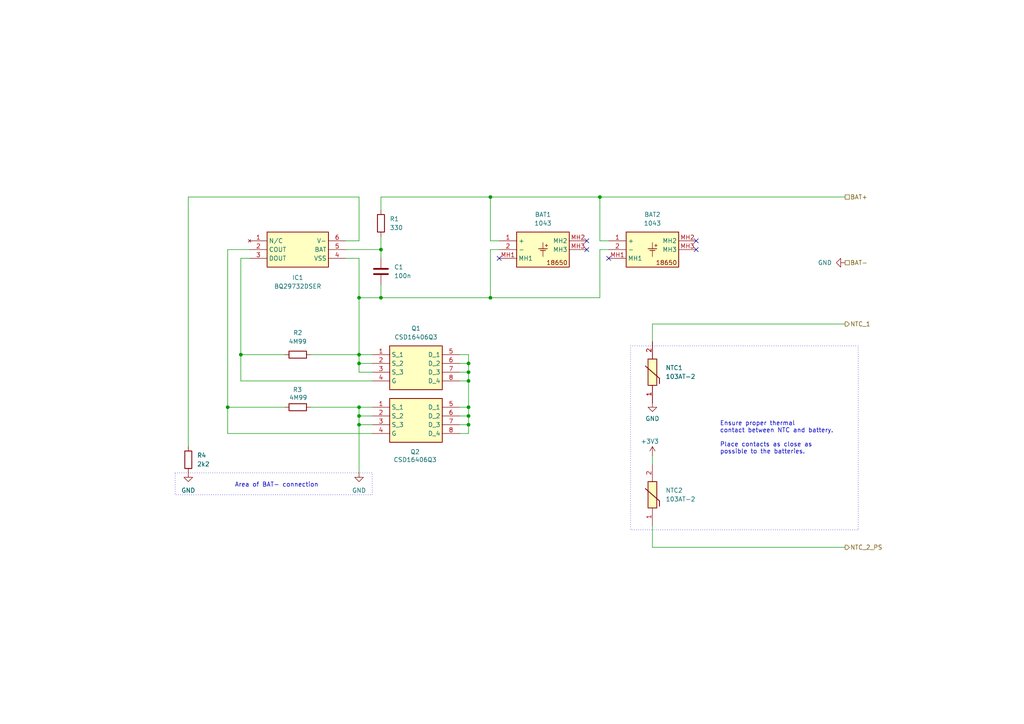
<source format=kicad_sch>
(kicad_sch
	(version 20231120)
	(generator "eeschema")
	(generator_version "8.0")
	(uuid "459e996c-0e2b-47b6-81ec-770295d0b355")
	(paper "A4")
	(lib_symbols
		(symbol "Device:C"
			(pin_numbers hide)
			(pin_names
				(offset 0.254)
			)
			(exclude_from_sim no)
			(in_bom yes)
			(on_board yes)
			(property "Reference" "C"
				(at 0.635 2.54 0)
				(effects
					(font
						(size 1.27 1.27)
					)
					(justify left)
				)
			)
			(property "Value" "C"
				(at 0.635 -2.54 0)
				(effects
					(font
						(size 1.27 1.27)
					)
					(justify left)
				)
			)
			(property "Footprint" ""
				(at 0.9652 -3.81 0)
				(effects
					(font
						(size 1.27 1.27)
					)
					(hide yes)
				)
			)
			(property "Datasheet" "~"
				(at 0 0 0)
				(effects
					(font
						(size 1.27 1.27)
					)
					(hide yes)
				)
			)
			(property "Description" "Unpolarized capacitor"
				(at 0 0 0)
				(effects
					(font
						(size 1.27 1.27)
					)
					(hide yes)
				)
			)
			(property "ki_keywords" "cap capacitor"
				(at 0 0 0)
				(effects
					(font
						(size 1.27 1.27)
					)
					(hide yes)
				)
			)
			(property "ki_fp_filters" "C_*"
				(at 0 0 0)
				(effects
					(font
						(size 1.27 1.27)
					)
					(hide yes)
				)
			)
			(symbol "C_0_1"
				(polyline
					(pts
						(xy -2.032 -0.762) (xy 2.032 -0.762)
					)
					(stroke
						(width 0.508)
						(type default)
					)
					(fill
						(type none)
					)
				)
				(polyline
					(pts
						(xy -2.032 0.762) (xy 2.032 0.762)
					)
					(stroke
						(width 0.508)
						(type default)
					)
					(fill
						(type none)
					)
				)
			)
			(symbol "C_1_1"
				(pin passive line
					(at 0 3.81 270)
					(length 2.794)
					(name "~"
						(effects
							(font
								(size 1.27 1.27)
							)
						)
					)
					(number "1"
						(effects
							(font
								(size 1.27 1.27)
							)
						)
					)
				)
				(pin passive line
					(at 0 -3.81 90)
					(length 2.794)
					(name "~"
						(effects
							(font
								(size 1.27 1.27)
							)
						)
					)
					(number "2"
						(effects
							(font
								(size 1.27 1.27)
							)
						)
					)
				)
			)
		)
		(symbol "Device:R"
			(pin_numbers hide)
			(pin_names
				(offset 0)
			)
			(exclude_from_sim no)
			(in_bom yes)
			(on_board yes)
			(property "Reference" "R"
				(at 2.032 0 90)
				(effects
					(font
						(size 1.27 1.27)
					)
				)
			)
			(property "Value" "R"
				(at 0 0 90)
				(effects
					(font
						(size 1.27 1.27)
					)
				)
			)
			(property "Footprint" ""
				(at -1.778 0 90)
				(effects
					(font
						(size 1.27 1.27)
					)
					(hide yes)
				)
			)
			(property "Datasheet" "~"
				(at 0 0 0)
				(effects
					(font
						(size 1.27 1.27)
					)
					(hide yes)
				)
			)
			(property "Description" "Resistor"
				(at 0 0 0)
				(effects
					(font
						(size 1.27 1.27)
					)
					(hide yes)
				)
			)
			(property "ki_keywords" "R res resistor"
				(at 0 0 0)
				(effects
					(font
						(size 1.27 1.27)
					)
					(hide yes)
				)
			)
			(property "ki_fp_filters" "R_*"
				(at 0 0 0)
				(effects
					(font
						(size 1.27 1.27)
					)
					(hide yes)
				)
			)
			(symbol "R_0_1"
				(rectangle
					(start -1.016 -2.54)
					(end 1.016 2.54)
					(stroke
						(width 0.254)
						(type default)
					)
					(fill
						(type none)
					)
				)
			)
			(symbol "R_1_1"
				(pin passive line
					(at 0 3.81 270)
					(length 1.27)
					(name "~"
						(effects
							(font
								(size 1.27 1.27)
							)
						)
					)
					(number "1"
						(effects
							(font
								(size 1.27 1.27)
							)
						)
					)
				)
				(pin passive line
					(at 0 -3.81 90)
					(length 1.27)
					(name "~"
						(effects
							(font
								(size 1.27 1.27)
							)
						)
					)
					(number "2"
						(effects
							(font
								(size 1.27 1.27)
							)
						)
					)
				)
			)
		)
		(symbol "SamacSys_Parts:103AT-2"
			(pin_names hide)
			(exclude_from_sim no)
			(in_bom yes)
			(on_board yes)
			(property "Reference" "RT"
				(at 13.97 6.35 0)
				(effects
					(font
						(size 1.27 1.27)
					)
					(justify left top)
				)
			)
			(property "Value" "103AT-2"
				(at 13.97 3.81 0)
				(effects
					(font
						(size 1.27 1.27)
					)
					(justify left top)
				)
			)
			(property "Footprint" "103AT2"
				(at 13.97 -96.19 0)
				(effects
					(font
						(size 1.27 1.27)
					)
					(justify left top)
					(hide yes)
				)
			)
			(property "Datasheet" "https://www.semitec-global.com/uploads/2022/01/P12-13-AT-Thermistor.pdf"
				(at 13.97 -196.19 0)
				(effects
					(font
						(size 1.27 1.27)
					)
					(justify left top)
					(hide yes)
				)
			)
			(property "Description" "NTC (Negative Temperature Coefficient) Thermistors 10kohm 1%"
				(at 0 0 0)
				(effects
					(font
						(size 1.27 1.27)
					)
					(hide yes)
				)
			)
			(property "Height" "9.5"
				(at 13.97 -396.19 0)
				(effects
					(font
						(size 1.27 1.27)
					)
					(justify left top)
					(hide yes)
				)
			)
			(property "Manufacturer_Name" "Semitec"
				(at 13.97 -496.19 0)
				(effects
					(font
						(size 1.27 1.27)
					)
					(justify left top)
					(hide yes)
				)
			)
			(property "Manufacturer_Part_Number" "103AT-2"
				(at 13.97 -596.19 0)
				(effects
					(font
						(size 1.27 1.27)
					)
					(justify left top)
					(hide yes)
				)
			)
			(property "Mouser Part Number" "954-103AT-2"
				(at 13.97 -696.19 0)
				(effects
					(font
						(size 1.27 1.27)
					)
					(justify left top)
					(hide yes)
				)
			)
			(property "Mouser Price/Stock" "https://www.mouser.co.uk/ProductDetail/Semitec/103AT-2?qs=wgO0AD0o1vvcDzsKguD%252Bew%3D%3D"
				(at 13.97 -796.19 0)
				(effects
					(font
						(size 1.27 1.27)
					)
					(justify left top)
					(hide yes)
				)
			)
			(property "Arrow Part Number" ""
				(at 13.97 -896.19 0)
				(effects
					(font
						(size 1.27 1.27)
					)
					(justify left top)
					(hide yes)
				)
			)
			(property "Arrow Price/Stock" ""
				(at 13.97 -996.19 0)
				(effects
					(font
						(size 1.27 1.27)
					)
					(justify left top)
					(hide yes)
				)
			)
			(symbol "103AT-2_1_1"
				(polyline
					(pts
						(xy 5.588 -2.032) (xy 7.112 -2.032)
					)
					(stroke
						(width 0.254)
						(type default)
					)
					(fill
						(type none)
					)
				)
				(polyline
					(pts
						(xy 10.668 2.032) (xy 7.112 -2.032)
					)
					(stroke
						(width 0.254)
						(type default)
					)
					(fill
						(type none)
					)
				)
				(rectangle
					(start 5.08 1.27)
					(end 12.7 -1.27)
					(stroke
						(width 0.254)
						(type default)
					)
					(fill
						(type background)
					)
				)
				(pin passive line
					(at 0 0 0)
					(length 5.08)
					(name "1"
						(effects
							(font
								(size 1.27 1.27)
							)
						)
					)
					(number "1"
						(effects
							(font
								(size 1.27 1.27)
							)
						)
					)
				)
				(pin passive line
					(at 17.78 0 180)
					(length 5.08)
					(name "2"
						(effects
							(font
								(size 1.27 1.27)
							)
						)
					)
					(number "2"
						(effects
							(font
								(size 1.27 1.27)
							)
						)
					)
				)
			)
		)
		(symbol "SamacSys_Parts:1043"
			(exclude_from_sim no)
			(in_bom yes)
			(on_board yes)
			(property "Reference" "U"
				(at 21.59 7.62 0)
				(effects
					(font
						(size 1.27 1.27)
					)
					(justify left top)
				)
			)
			(property "Value" "1043"
				(at 21.59 5.08 0)
				(effects
					(font
						(size 1.27 1.27)
					)
					(justify left top)
				)
			)
			(property "Footprint" "1043"
				(at 21.59 -94.92 0)
				(effects
					(font
						(size 1.27 1.27)
					)
					(justify left top)
					(hide yes)
				)
			)
			(property "Datasheet" "http://www.keyelco.com/product-pdf.cfm?p=919"
				(at 21.59 -194.92 0)
				(effects
					(font
						(size 1.27 1.27)
					)
					(justify left top)
					(hide yes)
				)
			)
			(property "Description" "KEYSTONE - 1043 - BATTERY HOLDER, 18650, TH"
				(at 12.7 -11.684 0)
				(effects
					(font
						(size 1.27 1.27)
					)
					(hide yes)
				)
			)
			(property "Height" "14.86"
				(at 21.59 -394.92 0)
				(effects
					(font
						(size 1.27 1.27)
					)
					(justify left top)
					(hide yes)
				)
			)
			(property "Manufacturer_Name" "Keystone Electronics"
				(at 21.59 -494.92 0)
				(effects
					(font
						(size 1.27 1.27)
					)
					(justify left top)
					(hide yes)
				)
			)
			(property "Manufacturer_Part_Number" "1043"
				(at 21.59 -594.92 0)
				(effects
					(font
						(size 1.27 1.27)
					)
					(justify left top)
					(hide yes)
				)
			)
			(property "Mouser Part Number" "534-1043"
				(at 21.59 -694.92 0)
				(effects
					(font
						(size 1.27 1.27)
					)
					(justify left top)
					(hide yes)
				)
			)
			(property "Mouser Price/Stock" "https://www.mouser.co.uk/ProductDetail/Keystone-Electronics/1043?qs=%2F7TOpeL5Mz6j%2FnxeOA1rsg%3D%3D"
				(at 21.59 -794.92 0)
				(effects
					(font
						(size 1.27 1.27)
					)
					(justify left top)
					(hide yes)
				)
			)
			(property "Arrow Part Number" "1043"
				(at 21.59 -894.92 0)
				(effects
					(font
						(size 1.27 1.27)
					)
					(justify left top)
					(hide yes)
				)
			)
			(property "Arrow Price/Stock" "https://www.arrow.com/en/products/1043/keystone-electronics?utm_currency=USD&region=europe"
				(at 21.59 -994.92 0)
				(effects
					(font
						(size 1.27 1.27)
					)
					(justify left top)
					(hide yes)
				)
			)
			(symbol "1043_0_1"
				(polyline
					(pts
						(xy 12.7 -2.794) (xy 12.7 -4.572)
					)
					(stroke
						(width 0)
						(type default)
					)
					(fill
						(type none)
					)
				)
				(polyline
					(pts
						(xy 12.7 -0.508) (xy 12.7 -2.286)
					)
					(stroke
						(width 0)
						(type default)
					)
					(fill
						(type none)
					)
				)
			)
			(symbol "1043_1_1"
				(polyline
					(pts
						(xy 11.43 -2.286) (xy 13.97 -2.286)
					)
					(stroke
						(width 0.2)
						(type default)
					)
					(fill
						(type none)
					)
				)
				(polyline
					(pts
						(xy 11.938 -2.794) (xy 13.462 -2.794)
					)
					(stroke
						(width 0.2)
						(type default)
					)
					(fill
						(type none)
					)
				)
				(rectangle
					(start 5.08 2.54)
					(end 20.32 -7.62)
					(stroke
						(width 0.254)
						(type default)
					)
					(fill
						(type background)
					)
				)
				(text "+"
					(at 13.716 -1.27 0)
					(effects
						(font
							(size 1 1)
						)
					)
				)
				(text "18650"
					(at 16.764 -6.35 0)
					(effects
						(font
							(size 1.27 1.27)
						)
					)
				)
				(pin passive line
					(at 0 0 0)
					(length 5.08)
					(name "+"
						(effects
							(font
								(size 1.27 1.27)
							)
						)
					)
					(number "1"
						(effects
							(font
								(size 1.27 1.27)
							)
						)
					)
				)
				(pin passive line
					(at 0 -2.54 0)
					(length 5.08)
					(name "-"
						(effects
							(font
								(size 1.27 1.27)
							)
						)
					)
					(number "2"
						(effects
							(font
								(size 1.27 1.27)
							)
						)
					)
				)
				(pin passive line
					(at 0 -5.08 0)
					(length 5.08)
					(name "MH1"
						(effects
							(font
								(size 1.27 1.27)
							)
						)
					)
					(number "MH1"
						(effects
							(font
								(size 1.27 1.27)
							)
						)
					)
				)
				(pin passive line
					(at 25.4 0 180)
					(length 5.08)
					(name "MH2"
						(effects
							(font
								(size 1.27 1.27)
							)
						)
					)
					(number "MH2"
						(effects
							(font
								(size 1.27 1.27)
							)
						)
					)
				)
				(pin passive line
					(at 25.4 -2.54 180)
					(length 5.08)
					(name "MH3"
						(effects
							(font
								(size 1.27 1.27)
							)
						)
					)
					(number "MH3"
						(effects
							(font
								(size 1.27 1.27)
							)
						)
					)
				)
			)
		)
		(symbol "SamacSys_Parts:BQ29732DSER"
			(exclude_from_sim no)
			(in_bom yes)
			(on_board yes)
			(property "Reference" "IC"
				(at 24.13 7.62 0)
				(effects
					(font
						(size 1.27 1.27)
					)
					(justify left top)
				)
			)
			(property "Value" "BQ29732DSER"
				(at 24.13 5.08 0)
				(effects
					(font
						(size 1.27 1.27)
					)
					(justify left top)
				)
			)
			(property "Footprint" "SON50P150X150X80-6N"
				(at 24.13 -94.92 0)
				(effects
					(font
						(size 1.27 1.27)
					)
					(justify left top)
					(hide yes)
				)
			)
			(property "Datasheet" "http://www.ti.com/lit/gpn/bq2973"
				(at 24.13 -194.92 0)
				(effects
					(font
						(size 1.27 1.27)
					)
					(justify left top)
					(hide yes)
				)
			)
			(property "Description" "Li-Ion/Li Polymer Advanced Single-Cell Battery Protector IC Family"
				(at 0 0 0)
				(effects
					(font
						(size 1.27 1.27)
					)
					(hide yes)
				)
			)
			(property "Height" "0.8"
				(at 24.13 -394.92 0)
				(effects
					(font
						(size 1.27 1.27)
					)
					(justify left top)
					(hide yes)
				)
			)
			(property "Manufacturer_Name" "Texas Instruments"
				(at 24.13 -494.92 0)
				(effects
					(font
						(size 1.27 1.27)
					)
					(justify left top)
					(hide yes)
				)
			)
			(property "Manufacturer_Part_Number" "BQ29732DSER"
				(at 24.13 -594.92 0)
				(effects
					(font
						(size 1.27 1.27)
					)
					(justify left top)
					(hide yes)
				)
			)
			(property "Mouser Part Number" "595-BQ29732DSER"
				(at 24.13 -694.92 0)
				(effects
					(font
						(size 1.27 1.27)
					)
					(justify left top)
					(hide yes)
				)
			)
			(property "Mouser Price/Stock" "https://www.mouser.co.uk/ProductDetail/Texas-Instruments/BQ29732DSER?qs=HjC056NR38EUdABiMgTGbg%3D%3D"
				(at 24.13 -794.92 0)
				(effects
					(font
						(size 1.27 1.27)
					)
					(justify left top)
					(hide yes)
				)
			)
			(property "Arrow Part Number" "BQ29732DSER"
				(at 24.13 -894.92 0)
				(effects
					(font
						(size 1.27 1.27)
					)
					(justify left top)
					(hide yes)
				)
			)
			(property "Arrow Price/Stock" "https://www.arrow.com/en/products/bq29732dser/texas-instruments?region=nac"
				(at 24.13 -994.92 0)
				(effects
					(font
						(size 1.27 1.27)
					)
					(justify left top)
					(hide yes)
				)
			)
			(symbol "BQ29732DSER_1_1"
				(rectangle
					(start 5.08 2.54)
					(end 22.86 -7.62)
					(stroke
						(width 0.254)
						(type default)
					)
					(fill
						(type background)
					)
				)
				(pin no_connect line
					(at 0 0 0)
					(length 5.08)
					(name "N/C"
						(effects
							(font
								(size 1.27 1.27)
							)
						)
					)
					(number "1"
						(effects
							(font
								(size 1.27 1.27)
							)
						)
					)
				)
				(pin output line
					(at 0 -2.54 0)
					(length 5.08)
					(name "COUT"
						(effects
							(font
								(size 1.27 1.27)
							)
						)
					)
					(number "2"
						(effects
							(font
								(size 1.27 1.27)
							)
						)
					)
				)
				(pin output line
					(at 0 -5.08 0)
					(length 5.08)
					(name "DOUT"
						(effects
							(font
								(size 1.27 1.27)
							)
						)
					)
					(number "3"
						(effects
							(font
								(size 1.27 1.27)
							)
						)
					)
				)
				(pin power_in line
					(at 27.94 -5.08 180)
					(length 5.08)
					(name "VSS"
						(effects
							(font
								(size 1.27 1.27)
							)
						)
					)
					(number "4"
						(effects
							(font
								(size 1.27 1.27)
							)
						)
					)
				)
				(pin power_in line
					(at 27.94 -2.54 180)
					(length 5.08)
					(name "BAT"
						(effects
							(font
								(size 1.27 1.27)
							)
						)
					)
					(number "5"
						(effects
							(font
								(size 1.27 1.27)
							)
						)
					)
				)
				(pin bidirectional line
					(at 27.94 0 180)
					(length 5.08)
					(name "V-"
						(effects
							(font
								(size 1.27 1.27)
							)
						)
					)
					(number "6"
						(effects
							(font
								(size 1.27 1.27)
							)
						)
					)
				)
			)
		)
		(symbol "SamacSys_Parts:CSD16406Q3"
			(exclude_from_sim no)
			(in_bom yes)
			(on_board yes)
			(property "Reference" "Q"
				(at 21.59 7.62 0)
				(effects
					(font
						(size 1.27 1.27)
					)
					(justify left top)
				)
			)
			(property "Value" "CSD16406Q3"
				(at 21.59 5.08 0)
				(effects
					(font
						(size 1.27 1.27)
					)
					(justify left top)
				)
			)
			(property "Footprint" "DQG_VSON-CLIP"
				(at 21.59 -94.92 0)
				(effects
					(font
						(size 1.27 1.27)
					)
					(justify left top)
					(hide yes)
				)
			)
			(property "Datasheet" "http://www.ti.com/lit/gpn/csd16406q3"
				(at 21.59 -194.92 0)
				(effects
					(font
						(size 1.27 1.27)
					)
					(justify left top)
					(hide yes)
				)
			)
			(property "Description" "25V, N ch NexFET MOSFET, single SON3x3, 7.4mOhm"
				(at 0 0 0)
				(effects
					(font
						(size 1.27 1.27)
					)
					(hide yes)
				)
			)
			(property "Height" ""
				(at 21.59 -394.92 0)
				(effects
					(font
						(size 1.27 1.27)
					)
					(justify left top)
					(hide yes)
				)
			)
			(property "Manufacturer_Name" "Texas Instruments"
				(at 21.59 -494.92 0)
				(effects
					(font
						(size 1.27 1.27)
					)
					(justify left top)
					(hide yes)
				)
			)
			(property "Manufacturer_Part_Number" "CSD16406Q3"
				(at 21.59 -594.92 0)
				(effects
					(font
						(size 1.27 1.27)
					)
					(justify left top)
					(hide yes)
				)
			)
			(property "Mouser Part Number" "595-CSD16406Q3"
				(at 21.59 -694.92 0)
				(effects
					(font
						(size 1.27 1.27)
					)
					(justify left top)
					(hide yes)
				)
			)
			(property "Mouser Price/Stock" "https://www.mouser.co.uk/ProductDetail/Texas-Instruments/CSD16406Q3?qs=SuDOdTVxq4Wogv4PDdDFZA%3D%3D"
				(at 21.59 -794.92 0)
				(effects
					(font
						(size 1.27 1.27)
					)
					(justify left top)
					(hide yes)
				)
			)
			(property "Arrow Part Number" "CSD16406Q3"
				(at 21.59 -894.92 0)
				(effects
					(font
						(size 1.27 1.27)
					)
					(justify left top)
					(hide yes)
				)
			)
			(property "Arrow Price/Stock" "https://www.arrow.com/en/products/csd16406q3/texas-instruments?region=nac"
				(at 21.59 -994.92 0)
				(effects
					(font
						(size 1.27 1.27)
					)
					(justify left top)
					(hide yes)
				)
			)
			(symbol "CSD16406Q3_1_1"
				(rectangle
					(start 5.08 2.54)
					(end 20.32 -10.16)
					(stroke
						(width 0.254)
						(type default)
					)
					(fill
						(type background)
					)
				)
				(pin passive line
					(at 0 0 0)
					(length 5.08)
					(name "S_1"
						(effects
							(font
								(size 1.27 1.27)
							)
						)
					)
					(number "1"
						(effects
							(font
								(size 1.27 1.27)
							)
						)
					)
				)
				(pin passive line
					(at 0 -2.54 0)
					(length 5.08)
					(name "S_2"
						(effects
							(font
								(size 1.27 1.27)
							)
						)
					)
					(number "2"
						(effects
							(font
								(size 1.27 1.27)
							)
						)
					)
				)
				(pin passive line
					(at 0 -5.08 0)
					(length 5.08)
					(name "S_3"
						(effects
							(font
								(size 1.27 1.27)
							)
						)
					)
					(number "3"
						(effects
							(font
								(size 1.27 1.27)
							)
						)
					)
				)
				(pin passive line
					(at 0 -7.62 0)
					(length 5.08)
					(name "G"
						(effects
							(font
								(size 1.27 1.27)
							)
						)
					)
					(number "4"
						(effects
							(font
								(size 1.27 1.27)
							)
						)
					)
				)
				(pin passive line
					(at 25.4 0 180)
					(length 5.08)
					(name "D_1"
						(effects
							(font
								(size 1.27 1.27)
							)
						)
					)
					(number "5"
						(effects
							(font
								(size 1.27 1.27)
							)
						)
					)
				)
				(pin passive line
					(at 25.4 -2.54 180)
					(length 5.08)
					(name "D_2"
						(effects
							(font
								(size 1.27 1.27)
							)
						)
					)
					(number "6"
						(effects
							(font
								(size 1.27 1.27)
							)
						)
					)
				)
				(pin passive line
					(at 25.4 -5.08 180)
					(length 5.08)
					(name "D_3"
						(effects
							(font
								(size 1.27 1.27)
							)
						)
					)
					(number "7"
						(effects
							(font
								(size 1.27 1.27)
							)
						)
					)
				)
				(pin passive line
					(at 25.4 -7.62 180)
					(length 5.08)
					(name "D_4"
						(effects
							(font
								(size 1.27 1.27)
							)
						)
					)
					(number "8"
						(effects
							(font
								(size 1.27 1.27)
							)
						)
					)
				)
			)
		)
		(symbol "power:+3V3"
			(power)
			(pin_numbers hide)
			(pin_names
				(offset 0) hide)
			(exclude_from_sim no)
			(in_bom yes)
			(on_board yes)
			(property "Reference" "#PWR"
				(at 0 -3.81 0)
				(effects
					(font
						(size 1.27 1.27)
					)
					(hide yes)
				)
			)
			(property "Value" "+3V3"
				(at 0 3.556 0)
				(effects
					(font
						(size 1.27 1.27)
					)
				)
			)
			(property "Footprint" ""
				(at 0 0 0)
				(effects
					(font
						(size 1.27 1.27)
					)
					(hide yes)
				)
			)
			(property "Datasheet" ""
				(at 0 0 0)
				(effects
					(font
						(size 1.27 1.27)
					)
					(hide yes)
				)
			)
			(property "Description" "Power symbol creates a global label with name \"+3V3\""
				(at 0 0 0)
				(effects
					(font
						(size 1.27 1.27)
					)
					(hide yes)
				)
			)
			(property "ki_keywords" "global power"
				(at 0 0 0)
				(effects
					(font
						(size 1.27 1.27)
					)
					(hide yes)
				)
			)
			(symbol "+3V3_0_1"
				(polyline
					(pts
						(xy -0.762 1.27) (xy 0 2.54)
					)
					(stroke
						(width 0)
						(type default)
					)
					(fill
						(type none)
					)
				)
				(polyline
					(pts
						(xy 0 0) (xy 0 2.54)
					)
					(stroke
						(width 0)
						(type default)
					)
					(fill
						(type none)
					)
				)
				(polyline
					(pts
						(xy 0 2.54) (xy 0.762 1.27)
					)
					(stroke
						(width 0)
						(type default)
					)
					(fill
						(type none)
					)
				)
			)
			(symbol "+3V3_1_1"
				(pin power_in line
					(at 0 0 90)
					(length 0)
					(name "~"
						(effects
							(font
								(size 1.27 1.27)
							)
						)
					)
					(number "1"
						(effects
							(font
								(size 1.27 1.27)
							)
						)
					)
				)
			)
		)
		(symbol "power:GND"
			(power)
			(pin_numbers hide)
			(pin_names
				(offset 0) hide)
			(exclude_from_sim no)
			(in_bom yes)
			(on_board yes)
			(property "Reference" "#PWR"
				(at 0 -6.35 0)
				(effects
					(font
						(size 1.27 1.27)
					)
					(hide yes)
				)
			)
			(property "Value" "GND"
				(at 0 -3.81 0)
				(effects
					(font
						(size 1.27 1.27)
					)
				)
			)
			(property "Footprint" ""
				(at 0 0 0)
				(effects
					(font
						(size 1.27 1.27)
					)
					(hide yes)
				)
			)
			(property "Datasheet" ""
				(at 0 0 0)
				(effects
					(font
						(size 1.27 1.27)
					)
					(hide yes)
				)
			)
			(property "Description" "Power symbol creates a global label with name \"GND\" , ground"
				(at 0 0 0)
				(effects
					(font
						(size 1.27 1.27)
					)
					(hide yes)
				)
			)
			(property "ki_keywords" "global power"
				(at 0 0 0)
				(effects
					(font
						(size 1.27 1.27)
					)
					(hide yes)
				)
			)
			(symbol "GND_0_1"
				(polyline
					(pts
						(xy 0 0) (xy 0 -1.27) (xy 1.27 -1.27) (xy 0 -2.54) (xy -1.27 -1.27) (xy 0 -1.27)
					)
					(stroke
						(width 0)
						(type default)
					)
					(fill
						(type none)
					)
				)
			)
			(symbol "GND_1_1"
				(pin power_in line
					(at 0 0 270)
					(length 0)
					(name "~"
						(effects
							(font
								(size 1.27 1.27)
							)
						)
					)
					(number "1"
						(effects
							(font
								(size 1.27 1.27)
							)
						)
					)
				)
			)
		)
	)
	(junction
		(at 110.49 86.36)
		(diameter 0)
		(color 0 0 0 0)
		(uuid "0e971a0b-7c7a-444b-8ff9-0fee82e453d8")
	)
	(junction
		(at 104.14 105.41)
		(diameter 0)
		(color 0 0 0 0)
		(uuid "29e8f0f2-df99-4874-b3d2-e4a4d9adefcb")
	)
	(junction
		(at 135.89 120.65)
		(diameter 0)
		(color 0 0 0 0)
		(uuid "3568db3f-c30f-463e-8fec-e2974ee25f6b")
	)
	(junction
		(at 135.89 107.95)
		(diameter 0)
		(color 0 0 0 0)
		(uuid "4e178947-7728-4841-ad1d-8ddeab8598c7")
	)
	(junction
		(at 135.89 123.19)
		(diameter 0)
		(color 0 0 0 0)
		(uuid "531a4a87-f0fa-4e3b-bad1-3af02c7d45ea")
	)
	(junction
		(at 142.24 86.36)
		(diameter 0)
		(color 0 0 0 0)
		(uuid "55fd38e6-6815-4ca1-be25-d0bff6607d88")
	)
	(junction
		(at 110.49 72.39)
		(diameter 0)
		(color 0 0 0 0)
		(uuid "6429f8c0-7b93-438a-bd65-8a08ffb86e1f")
	)
	(junction
		(at 104.14 120.65)
		(diameter 0)
		(color 0 0 0 0)
		(uuid "64660165-041e-4a21-b9c8-b9bde0be22a8")
	)
	(junction
		(at 135.89 105.41)
		(diameter 0)
		(color 0 0 0 0)
		(uuid "780b8080-7273-48f8-8041-9d7f6033e541")
	)
	(junction
		(at 142.24 57.15)
		(diameter 0)
		(color 0 0 0 0)
		(uuid "80caf5f0-dc73-4431-8b03-3e5076428d2a")
	)
	(junction
		(at 135.89 110.49)
		(diameter 0)
		(color 0 0 0 0)
		(uuid "8d2aeb7b-c097-4bc0-8932-7f6990637a1f")
	)
	(junction
		(at 104.14 86.36)
		(diameter 0)
		(color 0 0 0 0)
		(uuid "9746a82d-6cd1-464c-8713-fe846772d0d9")
	)
	(junction
		(at 104.14 118.11)
		(diameter 0)
		(color 0 0 0 0)
		(uuid "a20f385f-9d3d-4bd3-be1c-ed8738aacf42")
	)
	(junction
		(at 173.99 57.15)
		(diameter 0)
		(color 0 0 0 0)
		(uuid "afdd2ad1-cbaf-4a77-b53e-7d9d805d9c9c")
	)
	(junction
		(at 104.14 102.87)
		(diameter 0)
		(color 0 0 0 0)
		(uuid "bbcc81b0-d29f-4d28-86eb-d8309b454583")
	)
	(junction
		(at 135.89 118.11)
		(diameter 0)
		(color 0 0 0 0)
		(uuid "c5eb5b4e-10b3-490f-aa58-5f00f1adb263")
	)
	(junction
		(at 66.04 118.11)
		(diameter 0)
		(color 0 0 0 0)
		(uuid "d14a72ef-3a16-4ef1-8fb5-3da6f17ca236")
	)
	(junction
		(at 104.14 123.19)
		(diameter 0)
		(color 0 0 0 0)
		(uuid "e0431aff-3d06-443b-9dca-247a63b0504f")
	)
	(junction
		(at 69.85 102.87)
		(diameter 0)
		(color 0 0 0 0)
		(uuid "fc4aae16-2e1d-415a-9cbf-31683191071d")
	)
	(no_connect
		(at 176.53 74.93)
		(uuid "0a6c5173-9944-4b48-b77e-cb3e6a9d5ec0")
	)
	(no_connect
		(at 170.18 69.85)
		(uuid "0a966611-0b76-460b-b060-2b09e2dba8b5")
	)
	(no_connect
		(at 201.93 72.39)
		(uuid "31024a31-8a6d-48da-ae81-3b1b1e093cd8")
	)
	(no_connect
		(at 144.78 74.93)
		(uuid "4519ebb9-35ca-40c9-8167-b57222829065")
	)
	(no_connect
		(at 201.93 69.85)
		(uuid "7bf386b8-0254-4903-93ef-5d01684f9c58")
	)
	(no_connect
		(at 170.18 72.39)
		(uuid "d66d4d7a-57b2-4ebd-bd33-4eefbda91c8d")
	)
	(wire
		(pts
			(xy 110.49 86.36) (xy 142.24 86.36)
		)
		(stroke
			(width 0)
			(type default)
		)
		(uuid "001db1e4-60d6-4c36-970e-21f30bebea90")
	)
	(wire
		(pts
			(xy 104.14 120.65) (xy 104.14 123.19)
		)
		(stroke
			(width 0)
			(type default)
		)
		(uuid "0b08027e-0d79-4836-b37e-b79c8ca2d4c5")
	)
	(wire
		(pts
			(xy 135.89 102.87) (xy 135.89 105.41)
		)
		(stroke
			(width 0)
			(type default)
		)
		(uuid "0d7117f8-1c76-4c82-9ff3-7ab84285f381")
	)
	(wire
		(pts
			(xy 104.14 118.11) (xy 107.95 118.11)
		)
		(stroke
			(width 0)
			(type default)
		)
		(uuid "0e5e3681-ec95-495d-a17a-9a01c25bac8e")
	)
	(wire
		(pts
			(xy 104.14 102.87) (xy 107.95 102.87)
		)
		(stroke
			(width 0)
			(type default)
		)
		(uuid "12a17480-165c-4aaf-bdff-bf92dcfde47a")
	)
	(wire
		(pts
			(xy 110.49 68.58) (xy 110.49 72.39)
		)
		(stroke
			(width 0)
			(type default)
		)
		(uuid "12e29a24-7d77-4a0b-8c90-605a948b696c")
	)
	(wire
		(pts
			(xy 176.53 72.39) (xy 173.99 72.39)
		)
		(stroke
			(width 0)
			(type default)
		)
		(uuid "180c6ccd-d80d-4746-af27-164227f764b6")
	)
	(wire
		(pts
			(xy 104.14 86.36) (xy 104.14 102.87)
		)
		(stroke
			(width 0)
			(type default)
		)
		(uuid "18ebab7e-fe54-4887-b0e0-edc20663c005")
	)
	(wire
		(pts
			(xy 66.04 118.11) (xy 66.04 72.39)
		)
		(stroke
			(width 0)
			(type default)
		)
		(uuid "1bd50ff5-49ed-4bbc-a722-8d42471381b0")
	)
	(wire
		(pts
			(xy 189.23 132.08) (xy 189.23 134.62)
		)
		(stroke
			(width 0)
			(type default)
		)
		(uuid "1da48f84-5478-4d90-be2f-1a51eaa6d605")
	)
	(wire
		(pts
			(xy 110.49 72.39) (xy 110.49 74.93)
		)
		(stroke
			(width 0)
			(type default)
		)
		(uuid "20c9f4f6-a9f9-4cc6-b980-725519f62933")
	)
	(wire
		(pts
			(xy 107.95 125.73) (xy 66.04 125.73)
		)
		(stroke
			(width 0)
			(type default)
		)
		(uuid "20d65e9f-5d9f-4bc5-b1a9-401ae4be5a05")
	)
	(wire
		(pts
			(xy 142.24 57.15) (xy 173.99 57.15)
		)
		(stroke
			(width 0)
			(type default)
		)
		(uuid "2222d5da-36e5-44b6-9557-09620d64733a")
	)
	(wire
		(pts
			(xy 54.61 129.54) (xy 54.61 57.15)
		)
		(stroke
			(width 0)
			(type default)
		)
		(uuid "22f654e3-4a75-46f5-85d7-328867e3af52")
	)
	(wire
		(pts
			(xy 69.85 102.87) (xy 69.85 74.93)
		)
		(stroke
			(width 0)
			(type default)
		)
		(uuid "2b095284-257a-4734-869d-40b709fdb907")
	)
	(wire
		(pts
			(xy 133.35 107.95) (xy 135.89 107.95)
		)
		(stroke
			(width 0)
			(type default)
		)
		(uuid "2d4fa3e6-b2dd-4bc8-9c7d-bff45b4945e9")
	)
	(wire
		(pts
			(xy 133.35 110.49) (xy 135.89 110.49)
		)
		(stroke
			(width 0)
			(type default)
		)
		(uuid "2e8fbbd0-db66-412d-8a82-b4a231f2858c")
	)
	(wire
		(pts
			(xy 110.49 57.15) (xy 142.24 57.15)
		)
		(stroke
			(width 0)
			(type default)
		)
		(uuid "32b1df6c-3a3e-4f73-bb9f-09c44e97e276")
	)
	(wire
		(pts
			(xy 133.35 125.73) (xy 135.89 125.73)
		)
		(stroke
			(width 0)
			(type default)
		)
		(uuid "3660bdd0-de5e-4529-b639-af0a45b1f011")
	)
	(wire
		(pts
			(xy 189.23 158.75) (xy 245.11 158.75)
		)
		(stroke
			(width 0)
			(type default)
		)
		(uuid "3e15e7a4-990b-40f8-8a06-720ace0f8c93")
	)
	(wire
		(pts
			(xy 135.89 125.73) (xy 135.89 123.19)
		)
		(stroke
			(width 0)
			(type default)
		)
		(uuid "3e4e9e2a-7aae-428b-a39d-41ca833e5418")
	)
	(wire
		(pts
			(xy 189.23 93.98) (xy 189.23 99.06)
		)
		(stroke
			(width 0)
			(type default)
		)
		(uuid "3eda4026-5376-464e-ad4c-61cba81fba99")
	)
	(wire
		(pts
			(xy 104.14 86.36) (xy 110.49 86.36)
		)
		(stroke
			(width 0)
			(type default)
		)
		(uuid "43a65280-5d92-435d-a2b2-7889c3e3451d")
	)
	(wire
		(pts
			(xy 104.14 105.41) (xy 104.14 102.87)
		)
		(stroke
			(width 0)
			(type default)
		)
		(uuid "461c5981-9aaf-4239-a107-f3909b041183")
	)
	(wire
		(pts
			(xy 133.35 118.11) (xy 135.89 118.11)
		)
		(stroke
			(width 0)
			(type default)
		)
		(uuid "5660f247-ba19-4bbd-934e-05177f4009dd")
	)
	(wire
		(pts
			(xy 104.14 107.95) (xy 104.14 105.41)
		)
		(stroke
			(width 0)
			(type default)
		)
		(uuid "56bda388-3c05-461b-be22-1832d770593b")
	)
	(wire
		(pts
			(xy 54.61 57.15) (xy 104.14 57.15)
		)
		(stroke
			(width 0)
			(type default)
		)
		(uuid "5754760f-bff4-4211-b0cc-b06582860752")
	)
	(wire
		(pts
			(xy 100.33 69.85) (xy 104.14 69.85)
		)
		(stroke
			(width 0)
			(type default)
		)
		(uuid "5b1d6147-b744-4b42-be60-04930e94c14a")
	)
	(wire
		(pts
			(xy 133.35 123.19) (xy 135.89 123.19)
		)
		(stroke
			(width 0)
			(type default)
		)
		(uuid "5c6c85fb-65e6-44d0-91d1-a621791cb289")
	)
	(wire
		(pts
			(xy 133.35 102.87) (xy 135.89 102.87)
		)
		(stroke
			(width 0)
			(type default)
		)
		(uuid "61add691-10ee-4de0-9611-756588afbd50")
	)
	(wire
		(pts
			(xy 142.24 72.39) (xy 142.24 86.36)
		)
		(stroke
			(width 0)
			(type default)
		)
		(uuid "6351d234-2bf1-43a7-a52d-8aa54809fce3")
	)
	(wire
		(pts
			(xy 135.89 120.65) (xy 135.89 123.19)
		)
		(stroke
			(width 0)
			(type default)
		)
		(uuid "6374e6de-e0a2-4039-9a9d-c67c86acb98c")
	)
	(wire
		(pts
			(xy 72.39 72.39) (xy 66.04 72.39)
		)
		(stroke
			(width 0)
			(type default)
		)
		(uuid "67d7eeb0-e88a-4f21-88eb-3b95d35c2f7b")
	)
	(wire
		(pts
			(xy 104.14 118.11) (xy 104.14 120.65)
		)
		(stroke
			(width 0)
			(type default)
		)
		(uuid "69786aba-8eba-42af-81fa-f282061c7422")
	)
	(wire
		(pts
			(xy 104.14 105.41) (xy 107.95 105.41)
		)
		(stroke
			(width 0)
			(type default)
		)
		(uuid "6d7a914b-e5d0-4175-9d0b-aa075a3a344c")
	)
	(wire
		(pts
			(xy 144.78 72.39) (xy 142.24 72.39)
		)
		(stroke
			(width 0)
			(type default)
		)
		(uuid "73d45295-287c-444f-bfb8-42b97a2dc3f1")
	)
	(wire
		(pts
			(xy 82.55 118.11) (xy 66.04 118.11)
		)
		(stroke
			(width 0)
			(type default)
		)
		(uuid "75b74688-6c53-4aa6-a18f-8e82c9f3076a")
	)
	(wire
		(pts
			(xy 100.33 72.39) (xy 110.49 72.39)
		)
		(stroke
			(width 0)
			(type default)
		)
		(uuid "7e05ccd0-d0b1-4687-b927-6c7b18ed369d")
	)
	(wire
		(pts
			(xy 90.17 118.11) (xy 104.14 118.11)
		)
		(stroke
			(width 0)
			(type default)
		)
		(uuid "89ef2bbc-95da-41c4-80db-88c87d6b6418")
	)
	(wire
		(pts
			(xy 144.78 69.85) (xy 142.24 69.85)
		)
		(stroke
			(width 0)
			(type default)
		)
		(uuid "8c65276c-fae3-44e9-aae3-d6f728c7aae2")
	)
	(wire
		(pts
			(xy 176.53 69.85) (xy 173.99 69.85)
		)
		(stroke
			(width 0)
			(type default)
		)
		(uuid "8e8a9028-7ac2-469c-a67f-851876a5bc57")
	)
	(wire
		(pts
			(xy 90.17 102.87) (xy 104.14 102.87)
		)
		(stroke
			(width 0)
			(type default)
		)
		(uuid "977925ef-3a57-4077-b06c-d432ee1f3031")
	)
	(wire
		(pts
			(xy 135.89 110.49) (xy 135.89 118.11)
		)
		(stroke
			(width 0)
			(type default)
		)
		(uuid "9bb8926d-31da-4c55-b860-bb03b77aa33b")
	)
	(wire
		(pts
			(xy 69.85 74.93) (xy 72.39 74.93)
		)
		(stroke
			(width 0)
			(type default)
		)
		(uuid "9fb862fb-4760-49bd-aea3-f0fe7283ebc0")
	)
	(wire
		(pts
			(xy 104.14 74.93) (xy 100.33 74.93)
		)
		(stroke
			(width 0)
			(type default)
		)
		(uuid "a15efed3-1611-4ba5-824d-b38b854dcd3d")
	)
	(wire
		(pts
			(xy 66.04 125.73) (xy 66.04 118.11)
		)
		(stroke
			(width 0)
			(type default)
		)
		(uuid "a7cc4689-4722-4fab-9369-cd01772e1ad5")
	)
	(wire
		(pts
			(xy 104.14 74.93) (xy 104.14 86.36)
		)
		(stroke
			(width 0)
			(type default)
		)
		(uuid "b99cf71f-d69c-4e8a-8e95-aba2d6d9c992")
	)
	(wire
		(pts
			(xy 133.35 120.65) (xy 135.89 120.65)
		)
		(stroke
			(width 0)
			(type default)
		)
		(uuid "baa6d330-899f-49d3-b914-d99396b433f4")
	)
	(wire
		(pts
			(xy 107.95 107.95) (xy 104.14 107.95)
		)
		(stroke
			(width 0)
			(type default)
		)
		(uuid "be83d998-ce5d-45b9-a38d-b877f282d2b8")
	)
	(wire
		(pts
			(xy 173.99 57.15) (xy 245.11 57.15)
		)
		(stroke
			(width 0)
			(type default)
		)
		(uuid "bee46d07-40c9-4869-91f0-ff97e26e58cb")
	)
	(wire
		(pts
			(xy 135.89 118.11) (xy 135.89 120.65)
		)
		(stroke
			(width 0)
			(type default)
		)
		(uuid "c7efc4b7-d9f1-4c48-9fce-ed73739b9c4a")
	)
	(wire
		(pts
			(xy 69.85 102.87) (xy 82.55 102.87)
		)
		(stroke
			(width 0)
			(type default)
		)
		(uuid "cbc9345a-0f5b-493b-b028-db477709c581")
	)
	(wire
		(pts
			(xy 107.95 120.65) (xy 104.14 120.65)
		)
		(stroke
			(width 0)
			(type default)
		)
		(uuid "cc055d38-f416-447a-865f-0da26180d4e0")
	)
	(wire
		(pts
			(xy 135.89 105.41) (xy 135.89 107.95)
		)
		(stroke
			(width 0)
			(type default)
		)
		(uuid "cf7bbfd1-0837-4e7b-87ec-49e587f6d764")
	)
	(wire
		(pts
			(xy 133.35 105.41) (xy 135.89 105.41)
		)
		(stroke
			(width 0)
			(type default)
		)
		(uuid "d252b324-0e26-490c-bebe-037b9ffb385e")
	)
	(wire
		(pts
			(xy 107.95 110.49) (xy 69.85 110.49)
		)
		(stroke
			(width 0)
			(type default)
		)
		(uuid "dd0f98d8-01fd-4aa7-9b01-c58d2e85f38d")
	)
	(wire
		(pts
			(xy 173.99 69.85) (xy 173.99 57.15)
		)
		(stroke
			(width 0)
			(type default)
		)
		(uuid "dd335456-9828-4272-bf52-ee1b1eec8ccd")
	)
	(wire
		(pts
			(xy 245.11 93.98) (xy 189.23 93.98)
		)
		(stroke
			(width 0)
			(type default)
		)
		(uuid "e2ba6005-2e1d-4161-81d4-ad4bcb062700")
	)
	(wire
		(pts
			(xy 142.24 86.36) (xy 173.99 86.36)
		)
		(stroke
			(width 0)
			(type default)
		)
		(uuid "edd0a556-8b04-40db-8c21-688259c2bf3c")
	)
	(wire
		(pts
			(xy 142.24 57.15) (xy 142.24 69.85)
		)
		(stroke
			(width 0)
			(type default)
		)
		(uuid "f24c215f-c924-4a9a-8d4f-18ba795ec15d")
	)
	(wire
		(pts
			(xy 173.99 72.39) (xy 173.99 86.36)
		)
		(stroke
			(width 0)
			(type default)
		)
		(uuid "f49e5bf6-abf5-4ffe-ab0a-1ff42d154512")
	)
	(wire
		(pts
			(xy 110.49 82.55) (xy 110.49 86.36)
		)
		(stroke
			(width 0)
			(type default)
		)
		(uuid "f6c88e58-b237-45df-a5a6-3f602d65dfa8")
	)
	(wire
		(pts
			(xy 69.85 102.87) (xy 69.85 110.49)
		)
		(stroke
			(width 0)
			(type default)
		)
		(uuid "f7e63d87-150f-4555-a954-43f451cd68f1")
	)
	(wire
		(pts
			(xy 104.14 123.19) (xy 104.14 137.16)
		)
		(stroke
			(width 0)
			(type default)
		)
		(uuid "f85c1c52-aad2-45ce-bb4a-68be8f6ec134")
	)
	(wire
		(pts
			(xy 189.23 158.75) (xy 189.23 152.4)
		)
		(stroke
			(width 0)
			(type default)
		)
		(uuid "fa28def9-19f6-47a9-bbcb-ded5a28c6f1a")
	)
	(wire
		(pts
			(xy 110.49 57.15) (xy 110.49 60.96)
		)
		(stroke
			(width 0)
			(type default)
		)
		(uuid "fc75e01a-a9f9-4ee9-9a5f-19930b28a87f")
	)
	(wire
		(pts
			(xy 104.14 57.15) (xy 104.14 69.85)
		)
		(stroke
			(width 0)
			(type default)
		)
		(uuid "fd2b31db-34eb-401c-b586-9ac0e3dee85d")
	)
	(wire
		(pts
			(xy 135.89 107.95) (xy 135.89 110.49)
		)
		(stroke
			(width 0)
			(type default)
		)
		(uuid "fe4b3efc-00cb-4f97-92b9-a6ad44decc5b")
	)
	(wire
		(pts
			(xy 107.95 123.19) (xy 104.14 123.19)
		)
		(stroke
			(width 0)
			(type default)
		)
		(uuid "ffa92bb9-3195-4c35-b701-dc5438a89bc7")
	)
	(rectangle
		(start 182.88 100.33)
		(end 248.92 153.67)
		(stroke
			(width 0)
			(type dot)
		)
		(fill
			(type none)
		)
		(uuid b75351c0-bab7-478d-8412-25eff9c8a7d2)
	)
	(rectangle
		(start 50.8 137.16)
		(end 107.95 143.51)
		(stroke
			(width 0)
			(type dot)
		)
		(fill
			(type none)
		)
		(uuid efee843c-8155-4dc6-871a-4ce25912a7f2)
	)
	(text "Ensure proper thermal \ncontact between NTC and battery.\n\nPlace contacts as close as \npossible to the batteries."
		(exclude_from_sim no)
		(at 208.788 127 0)
		(effects
			(font
				(size 1.27 1.27)
			)
			(justify left)
		)
		(uuid "1d77c4fe-b137-4b58-847d-897c5d686407")
	)
	(text "Area of BAT- connection"
		(exclude_from_sim no)
		(at 68.072 140.716 0)
		(effects
			(font
				(size 1.27 1.27)
			)
			(justify left)
		)
		(uuid "5e884877-fdd7-4245-a629-a1d301eaf241")
	)
	(hierarchical_label "NTC_2_PS"
		(shape output)
		(at 245.11 158.75 0)
		(effects
			(font
				(size 1.27 1.27)
			)
			(justify left)
		)
		(uuid "1c019bed-36fb-436d-a0bf-173d3c59fe2b")
	)
	(hierarchical_label "BAT-"
		(shape passive)
		(at 245.11 76.2 0)
		(effects
			(font
				(size 1.27 1.27)
			)
			(justify left)
		)
		(uuid "6804711d-a965-4296-87e8-85490f126b6c")
	)
	(hierarchical_label "BAT+"
		(shape passive)
		(at 245.11 57.15 0)
		(effects
			(font
				(size 1.27 1.27)
			)
			(justify left)
		)
		(uuid "7c90774b-71fb-4437-a389-894fdd016faa")
	)
	(hierarchical_label "NTC_1"
		(shape output)
		(at 245.11 93.98 0)
		(effects
			(font
				(size 1.27 1.27)
			)
			(justify left)
		)
		(uuid "c8400a6d-acac-469b-9586-9b26e00f72a5")
	)
	(symbol
		(lib_id "SamacSys_Parts:BQ29732DSER")
		(at 72.39 69.85 0)
		(unit 1)
		(exclude_from_sim no)
		(in_bom yes)
		(on_board yes)
		(dnp no)
		(uuid "04b67136-62f0-479a-91e5-1bbc0cae5b08")
		(property "Reference" "IC1"
			(at 86.36 80.518 0)
			(effects
				(font
					(size 1.27 1.27)
				)
			)
		)
		(property "Value" "BQ29732DSER"
			(at 86.36 83.058 0)
			(effects
				(font
					(size 1.27 1.27)
				)
			)
		)
		(property "Footprint" "SON50P150X150X80-6N"
			(at 96.52 164.77 0)
			(effects
				(font
					(size 1.27 1.27)
				)
				(justify left top)
				(hide yes)
			)
		)
		(property "Datasheet" "http://www.ti.com/lit/gpn/bq2973"
			(at 96.52 264.77 0)
			(effects
				(font
					(size 1.27 1.27)
				)
				(justify left top)
				(hide yes)
			)
		)
		(property "Description" "Li-Ion/Li Polymer Advanced Single-Cell Battery Protector IC Family"
			(at 72.39 69.85 0)
			(effects
				(font
					(size 1.27 1.27)
				)
				(hide yes)
			)
		)
		(property "Height" "0.8"
			(at 96.52 464.77 0)
			(effects
				(font
					(size 1.27 1.27)
				)
				(justify left top)
				(hide yes)
			)
		)
		(property "Manufacturer_Name" "Texas Instruments"
			(at 96.52 564.77 0)
			(effects
				(font
					(size 1.27 1.27)
				)
				(justify left top)
				(hide yes)
			)
		)
		(property "Manufacturer_Part_Number" "BQ29732DSER"
			(at 96.52 664.77 0)
			(effects
				(font
					(size 1.27 1.27)
				)
				(justify left top)
				(hide yes)
			)
		)
		(property "Mouser Part Number" "595-BQ29732DSER"
			(at 96.52 764.77 0)
			(effects
				(font
					(size 1.27 1.27)
				)
				(justify left top)
				(hide yes)
			)
		)
		(property "Mouser Price/Stock" "https://www.mouser.co.uk/ProductDetail/Texas-Instruments/BQ29732DSER?qs=HjC056NR38EUdABiMgTGbg%3D%3D"
			(at 96.52 864.77 0)
			(effects
				(font
					(size 1.27 1.27)
				)
				(justify left top)
				(hide yes)
			)
		)
		(property "Arrow Part Number" "BQ29732DSER"
			(at 96.52 964.77 0)
			(effects
				(font
					(size 1.27 1.27)
				)
				(justify left top)
				(hide yes)
			)
		)
		(property "Arrow Price/Stock" "https://www.arrow.com/en/products/bq29732dser/texas-instruments?region=nac"
			(at 96.52 1064.77 0)
			(effects
				(font
					(size 1.27 1.27)
				)
				(justify left top)
				(hide yes)
			)
		)
		(pin "6"
			(uuid "2a285dbf-b770-46b5-bfca-070e7bfacdb2")
		)
		(pin "1"
			(uuid "066e231b-83a4-4d94-9b0d-d2aeedfeb9a9")
		)
		(pin "3"
			(uuid "d271c988-3f99-4d4e-94ce-7d387b5ae428")
		)
		(pin "5"
			(uuid "c0aee1a7-462f-4607-91b2-3ee86697d2e5")
		)
		(pin "2"
			(uuid "4cea8aa7-e0a9-4c65-a807-e8d3a27bbbbe")
		)
		(pin "4"
			(uuid "f9577b44-a661-4523-9d37-15289ed90602")
		)
		(instances
			(project "obvod"
				(path "/e8e834c4-1afb-42f7-b718-3cb720dae1d5/f61c7da5-11ee-4b50-a688-248a75ac3e8f"
					(reference "IC1")
					(unit 1)
				)
			)
		)
	)
	(symbol
		(lib_id "power:GND")
		(at 104.14 137.16 0)
		(unit 1)
		(exclude_from_sim no)
		(in_bom yes)
		(on_board yes)
		(dnp no)
		(fields_autoplaced yes)
		(uuid "18c02983-777b-4470-ae02-87eb29ecb980")
		(property "Reference" "#PWR012"
			(at 104.14 143.51 0)
			(effects
				(font
					(size 1.27 1.27)
				)
				(hide yes)
			)
		)
		(property "Value" "GND"
			(at 104.14 142.24 0)
			(effects
				(font
					(size 1.27 1.27)
				)
			)
		)
		(property "Footprint" ""
			(at 104.14 137.16 0)
			(effects
				(font
					(size 1.27 1.27)
				)
				(hide yes)
			)
		)
		(property "Datasheet" ""
			(at 104.14 137.16 0)
			(effects
				(font
					(size 1.27 1.27)
				)
				(hide yes)
			)
		)
		(property "Description" "Power symbol creates a global label with name \"GND\" , ground"
			(at 104.14 137.16 0)
			(effects
				(font
					(size 1.27 1.27)
				)
				(hide yes)
			)
		)
		(pin "1"
			(uuid "712b4f5f-47f5-4266-9dc4-f820e95a8c42")
		)
		(instances
			(project "obvod"
				(path "/e8e834c4-1afb-42f7-b718-3cb720dae1d5/f61c7da5-11ee-4b50-a688-248a75ac3e8f"
					(reference "#PWR012")
					(unit 1)
				)
			)
		)
	)
	(symbol
		(lib_id "Device:R")
		(at 54.61 133.35 0)
		(unit 1)
		(exclude_from_sim no)
		(in_bom yes)
		(on_board yes)
		(dnp no)
		(fields_autoplaced yes)
		(uuid "3b2aca16-d26f-4214-92d3-b22d6641d6cb")
		(property "Reference" "R4"
			(at 57.15 132.0799 0)
			(effects
				(font
					(size 1.27 1.27)
				)
				(justify left)
			)
		)
		(property "Value" "2k2"
			(at 57.15 134.6199 0)
			(effects
				(font
					(size 1.27 1.27)
				)
				(justify left)
			)
		)
		(property "Footprint" "Resistor_SMD:R_0402_1005Metric"
			(at 52.832 133.35 90)
			(effects
				(font
					(size 1.27 1.27)
				)
				(hide yes)
			)
		)
		(property "Datasheet" "~"
			(at 54.61 133.35 0)
			(effects
				(font
					(size 1.27 1.27)
				)
				(hide yes)
			)
		)
		(property "Description" "Resistor"
			(at 54.61 133.35 0)
			(effects
				(font
					(size 1.27 1.27)
				)
				(hide yes)
			)
		)
		(pin "1"
			(uuid "85776c7e-aba8-4455-b004-df73c39d2333")
		)
		(pin "2"
			(uuid "491db05b-a0f3-49fd-95dc-8daff8b75e06")
		)
		(instances
			(project "obvod"
				(path "/e8e834c4-1afb-42f7-b718-3cb720dae1d5/f61c7da5-11ee-4b50-a688-248a75ac3e8f"
					(reference "R4")
					(unit 1)
				)
			)
		)
	)
	(symbol
		(lib_id "SamacSys_Parts:103AT-2")
		(at 189.23 152.4 90)
		(unit 1)
		(exclude_from_sim no)
		(in_bom yes)
		(on_board yes)
		(dnp no)
		(fields_autoplaced yes)
		(uuid "44d74d94-b5a9-49fd-a6d9-cb2843f81739")
		(property "Reference" "NTC2"
			(at 193.04 142.2399 90)
			(effects
				(font
					(size 1.27 1.27)
				)
				(justify right)
			)
		)
		(property "Value" "103AT-2"
			(at 193.04 144.7799 90)
			(effects
				(font
					(size 1.27 1.27)
				)
				(justify right)
			)
		)
		(property "Footprint" "103AT2"
			(at 285.42 138.43 0)
			(effects
				(font
					(size 1.27 1.27)
				)
				(justify left top)
				(hide yes)
			)
		)
		(property "Datasheet" "https://www.semitec-global.com/uploads/2022/01/P12-13-AT-Thermistor.pdf"
			(at 385.42 138.43 0)
			(effects
				(font
					(size 1.27 1.27)
				)
				(justify left top)
				(hide yes)
			)
		)
		(property "Description" "NTC (Negative Temperature Coefficient) Thermistors 10kohm 1%"
			(at 189.23 152.4 0)
			(effects
				(font
					(size 1.27 1.27)
				)
				(hide yes)
			)
		)
		(property "Height" "9.5"
			(at 585.42 138.43 0)
			(effects
				(font
					(size 1.27 1.27)
				)
				(justify left top)
				(hide yes)
			)
		)
		(property "Manufacturer_Name" "Semitec"
			(at 685.42 138.43 0)
			(effects
				(font
					(size 1.27 1.27)
				)
				(justify left top)
				(hide yes)
			)
		)
		(property "Manufacturer_Part_Number" "103AT-2"
			(at 785.42 138.43 0)
			(effects
				(font
					(size 1.27 1.27)
				)
				(justify left top)
				(hide yes)
			)
		)
		(property "Mouser Part Number" "954-103AT-2"
			(at 885.42 138.43 0)
			(effects
				(font
					(size 1.27 1.27)
				)
				(justify left top)
				(hide yes)
			)
		)
		(property "Mouser Price/Stock" "https://www.mouser.co.uk/ProductDetail/Semitec/103AT-2?qs=wgO0AD0o1vvcDzsKguD%252Bew%3D%3D"
			(at 985.42 138.43 0)
			(effects
				(font
					(size 1.27 1.27)
				)
				(justify left top)
				(hide yes)
			)
		)
		(property "Arrow Part Number" ""
			(at 1085.42 138.43 0)
			(effects
				(font
					(size 1.27 1.27)
				)
				(justify left top)
				(hide yes)
			)
		)
		(property "Arrow Price/Stock" ""
			(at 1185.42 138.43 0)
			(effects
				(font
					(size 1.27 1.27)
				)
				(justify left top)
				(hide yes)
			)
		)
		(pin "2"
			(uuid "d547fe12-ce20-441d-95b8-9de9b70612d8")
		)
		(pin "1"
			(uuid "189a3313-e95f-43b0-b490-59d5f7d01cdf")
		)
		(instances
			(project "obvod"
				(path "/e8e834c4-1afb-42f7-b718-3cb720dae1d5/f61c7da5-11ee-4b50-a688-248a75ac3e8f"
					(reference "NTC2")
					(unit 1)
				)
			)
		)
	)
	(symbol
		(lib_id "SamacSys_Parts:1043")
		(at 144.78 69.85 0)
		(unit 1)
		(exclude_from_sim no)
		(in_bom yes)
		(on_board yes)
		(dnp no)
		(fields_autoplaced yes)
		(uuid "55fb8ab6-90dd-42e6-b7e6-1f5f0dbdcd3a")
		(property "Reference" "BAT1"
			(at 157.48 62.23 0)
			(effects
				(font
					(size 1.27 1.27)
				)
			)
		)
		(property "Value" "1043"
			(at 157.48 64.77 0)
			(effects
				(font
					(size 1.27 1.27)
				)
			)
		)
		(property "Footprint" "1043"
			(at 166.37 164.77 0)
			(effects
				(font
					(size 1.27 1.27)
				)
				(justify left top)
				(hide yes)
			)
		)
		(property "Datasheet" "http://www.keyelco.com/product-pdf.cfm?p=919"
			(at 166.37 264.77 0)
			(effects
				(font
					(size 1.27 1.27)
				)
				(justify left top)
				(hide yes)
			)
		)
		(property "Description" "KEYSTONE - 1043 - BATTERY HOLDER, 18650, TH"
			(at 157.48 81.534 0)
			(effects
				(font
					(size 1.27 1.27)
				)
				(hide yes)
			)
		)
		(property "Height" "14.86"
			(at 166.37 464.77 0)
			(effects
				(font
					(size 1.27 1.27)
				)
				(justify left top)
				(hide yes)
			)
		)
		(property "Manufacturer_Name" "Keystone Electronics"
			(at 166.37 564.77 0)
			(effects
				(font
					(size 1.27 1.27)
				)
				(justify left top)
				(hide yes)
			)
		)
		(property "Manufacturer_Part_Number" "1043"
			(at 166.37 664.77 0)
			(effects
				(font
					(size 1.27 1.27)
				)
				(justify left top)
				(hide yes)
			)
		)
		(property "Mouser Part Number" "534-1043"
			(at 166.37 764.77 0)
			(effects
				(font
					(size 1.27 1.27)
				)
				(justify left top)
				(hide yes)
			)
		)
		(property "Mouser Price/Stock" "https://www.mouser.co.uk/ProductDetail/Keystone-Electronics/1043?qs=%2F7TOpeL5Mz6j%2FnxeOA1rsg%3D%3D"
			(at 166.37 864.77 0)
			(effects
				(font
					(size 1.27 1.27)
				)
				(justify left top)
				(hide yes)
			)
		)
		(property "Arrow Part Number" "1043"
			(at 166.37 964.77 0)
			(effects
				(font
					(size 1.27 1.27)
				)
				(justify left top)
				(hide yes)
			)
		)
		(property "Arrow Price/Stock" "https://www.arrow.com/en/products/1043/keystone-electronics?utm_currency=USD&region=europe"
			(at 166.37 1064.77 0)
			(effects
				(font
					(size 1.27 1.27)
				)
				(justify left top)
				(hide yes)
			)
		)
		(pin "MH1"
			(uuid "1590d2db-87da-47e4-80d5-6cf87dd6283f")
		)
		(pin "2"
			(uuid "e13b20a8-ca65-45c6-bdb5-a8232ee5bc8e")
		)
		(pin "1"
			(uuid "20e4780d-f903-4d53-86f4-569634c894c2")
		)
		(pin "MH3"
			(uuid "8e8abdaf-c582-4f7a-9424-adda25266093")
		)
		(pin "MH2"
			(uuid "677940b9-8303-4811-ae73-3c3d09bc92d3")
		)
		(instances
			(project ""
				(path "/e8e834c4-1afb-42f7-b718-3cb720dae1d5/f61c7da5-11ee-4b50-a688-248a75ac3e8f"
					(reference "BAT1")
					(unit 1)
				)
			)
		)
	)
	(symbol
		(lib_id "power:GND")
		(at 189.23 116.84 0)
		(unit 1)
		(exclude_from_sim no)
		(in_bom yes)
		(on_board yes)
		(dnp no)
		(uuid "633ebaad-4f0e-4268-ae5e-395c96ce014c")
		(property "Reference" "#PWR073"
			(at 189.23 123.19 0)
			(effects
				(font
					(size 1.27 1.27)
				)
				(hide yes)
			)
		)
		(property "Value" "GND"
			(at 189.23 121.412 0)
			(effects
				(font
					(size 1.27 1.27)
				)
			)
		)
		(property "Footprint" ""
			(at 189.23 116.84 0)
			(effects
				(font
					(size 1.27 1.27)
				)
				(hide yes)
			)
		)
		(property "Datasheet" ""
			(at 189.23 116.84 0)
			(effects
				(font
					(size 1.27 1.27)
				)
				(hide yes)
			)
		)
		(property "Description" "Power symbol creates a global label with name \"GND\" , ground"
			(at 189.23 116.84 0)
			(effects
				(font
					(size 1.27 1.27)
				)
				(hide yes)
			)
		)
		(pin "1"
			(uuid "96512449-b645-4036-b3cb-64d36cf70a87")
		)
		(instances
			(project "obvod"
				(path "/e8e834c4-1afb-42f7-b718-3cb720dae1d5/f61c7da5-11ee-4b50-a688-248a75ac3e8f"
					(reference "#PWR073")
					(unit 1)
				)
			)
		)
	)
	(symbol
		(lib_id "SamacSys_Parts:1043")
		(at 176.53 69.85 0)
		(unit 1)
		(exclude_from_sim no)
		(in_bom yes)
		(on_board yes)
		(dnp no)
		(fields_autoplaced yes)
		(uuid "6822aad3-71dc-473a-82b5-5e6e24c95c59")
		(property "Reference" "BAT2"
			(at 189.23 62.23 0)
			(effects
				(font
					(size 1.27 1.27)
				)
			)
		)
		(property "Value" "1043"
			(at 189.23 64.77 0)
			(effects
				(font
					(size 1.27 1.27)
				)
			)
		)
		(property "Footprint" "1043"
			(at 198.12 164.77 0)
			(effects
				(font
					(size 1.27 1.27)
				)
				(justify left top)
				(hide yes)
			)
		)
		(property "Datasheet" "http://www.keyelco.com/product-pdf.cfm?p=919"
			(at 198.12 264.77 0)
			(effects
				(font
					(size 1.27 1.27)
				)
				(justify left top)
				(hide yes)
			)
		)
		(property "Description" "KEYSTONE - 1043 - BATTERY HOLDER, 18650, TH"
			(at 189.23 81.534 0)
			(effects
				(font
					(size 1.27 1.27)
				)
				(hide yes)
			)
		)
		(property "Height" "14.86"
			(at 198.12 464.77 0)
			(effects
				(font
					(size 1.27 1.27)
				)
				(justify left top)
				(hide yes)
			)
		)
		(property "Manufacturer_Name" "Keystone Electronics"
			(at 198.12 564.77 0)
			(effects
				(font
					(size 1.27 1.27)
				)
				(justify left top)
				(hide yes)
			)
		)
		(property "Manufacturer_Part_Number" "1043"
			(at 198.12 664.77 0)
			(effects
				(font
					(size 1.27 1.27)
				)
				(justify left top)
				(hide yes)
			)
		)
		(property "Mouser Part Number" "534-1043"
			(at 198.12 764.77 0)
			(effects
				(font
					(size 1.27 1.27)
				)
				(justify left top)
				(hide yes)
			)
		)
		(property "Mouser Price/Stock" "https://www.mouser.co.uk/ProductDetail/Keystone-Electronics/1043?qs=%2F7TOpeL5Mz6j%2FnxeOA1rsg%3D%3D"
			(at 198.12 864.77 0)
			(effects
				(font
					(size 1.27 1.27)
				)
				(justify left top)
				(hide yes)
			)
		)
		(property "Arrow Part Number" "1043"
			(at 198.12 964.77 0)
			(effects
				(font
					(size 1.27 1.27)
				)
				(justify left top)
				(hide yes)
			)
		)
		(property "Arrow Price/Stock" "https://www.arrow.com/en/products/1043/keystone-electronics?utm_currency=USD&region=europe"
			(at 198.12 1064.77 0)
			(effects
				(font
					(size 1.27 1.27)
				)
				(justify left top)
				(hide yes)
			)
		)
		(pin "MH1"
			(uuid "8fe4cc2c-6ee1-429f-a2fa-27532bf97a38")
		)
		(pin "2"
			(uuid "dc49458d-6389-4ea2-8097-231511fdc481")
		)
		(pin "1"
			(uuid "7bdaf631-b302-4775-b7f7-e23df0ea4f69")
		)
		(pin "MH3"
			(uuid "e40ada56-cf47-4618-98f8-4580faf9967e")
		)
		(pin "MH2"
			(uuid "ee7d9011-3c52-44a1-a572-471e85515070")
		)
		(instances
			(project "obvod"
				(path "/e8e834c4-1afb-42f7-b718-3cb720dae1d5/f61c7da5-11ee-4b50-a688-248a75ac3e8f"
					(reference "BAT2")
					(unit 1)
				)
			)
		)
	)
	(symbol
		(lib_id "Device:R")
		(at 86.36 118.11 90)
		(unit 1)
		(exclude_from_sim no)
		(in_bom yes)
		(on_board yes)
		(dnp no)
		(uuid "6d73c702-ca00-41ad-ab47-e2aeb865dfb2")
		(property "Reference" "R3"
			(at 87.63 113.03 90)
			(effects
				(font
					(size 1.27 1.27)
				)
				(justify left)
			)
		)
		(property "Value" "4M99"
			(at 89.154 115.316 90)
			(effects
				(font
					(size 1.27 1.27)
				)
				(justify left)
			)
		)
		(property "Footprint" "Resistor_SMD:R_0402_1005Metric"
			(at 86.36 119.888 90)
			(effects
				(font
					(size 1.27 1.27)
				)
				(hide yes)
			)
		)
		(property "Datasheet" "~"
			(at 86.36 118.11 0)
			(effects
				(font
					(size 1.27 1.27)
				)
				(hide yes)
			)
		)
		(property "Description" "Resistor"
			(at 86.36 118.11 0)
			(effects
				(font
					(size 1.27 1.27)
				)
				(hide yes)
			)
		)
		(pin "1"
			(uuid "cbb06f40-d822-4c17-986c-6a00bd401d0a")
		)
		(pin "2"
			(uuid "5ae2e41f-6ce9-4ce9-a8ca-204e17054ce1")
		)
		(instances
			(project "obvod"
				(path "/e8e834c4-1afb-42f7-b718-3cb720dae1d5/f61c7da5-11ee-4b50-a688-248a75ac3e8f"
					(reference "R3")
					(unit 1)
				)
			)
		)
	)
	(symbol
		(lib_id "SamacSys_Parts:103AT-2")
		(at 189.23 116.84 90)
		(unit 1)
		(exclude_from_sim no)
		(in_bom yes)
		(on_board yes)
		(dnp no)
		(fields_autoplaced yes)
		(uuid "73b7acff-a8f4-41eb-a71f-85e80fd647a3")
		(property "Reference" "NTC1"
			(at 193.04 106.6799 90)
			(effects
				(font
					(size 1.27 1.27)
				)
				(justify right)
			)
		)
		(property "Value" "103AT-2"
			(at 193.04 109.2199 90)
			(effects
				(font
					(size 1.27 1.27)
				)
				(justify right)
			)
		)
		(property "Footprint" "103AT2"
			(at 285.42 102.87 0)
			(effects
				(font
					(size 1.27 1.27)
				)
				(justify left top)
				(hide yes)
			)
		)
		(property "Datasheet" "https://www.semitec-global.com/uploads/2022/01/P12-13-AT-Thermistor.pdf"
			(at 385.42 102.87 0)
			(effects
				(font
					(size 1.27 1.27)
				)
				(justify left top)
				(hide yes)
			)
		)
		(property "Description" "NTC (Negative Temperature Coefficient) Thermistors 10kohm 1%"
			(at 189.23 116.84 0)
			(effects
				(font
					(size 1.27 1.27)
				)
				(hide yes)
			)
		)
		(property "Height" "9.5"
			(at 585.42 102.87 0)
			(effects
				(font
					(size 1.27 1.27)
				)
				(justify left top)
				(hide yes)
			)
		)
		(property "Manufacturer_Name" "Semitec"
			(at 685.42 102.87 0)
			(effects
				(font
					(size 1.27 1.27)
				)
				(justify left top)
				(hide yes)
			)
		)
		(property "Manufacturer_Part_Number" "103AT-2"
			(at 785.42 102.87 0)
			(effects
				(font
					(size 1.27 1.27)
				)
				(justify left top)
				(hide yes)
			)
		)
		(property "Mouser Part Number" "954-103AT-2"
			(at 885.42 102.87 0)
			(effects
				(font
					(size 1.27 1.27)
				)
				(justify left top)
				(hide yes)
			)
		)
		(property "Mouser Price/Stock" "https://www.mouser.co.uk/ProductDetail/Semitec/103AT-2?qs=wgO0AD0o1vvcDzsKguD%252Bew%3D%3D"
			(at 985.42 102.87 0)
			(effects
				(font
					(size 1.27 1.27)
				)
				(justify left top)
				(hide yes)
			)
		)
		(property "Arrow Part Number" ""
			(at 1085.42 102.87 0)
			(effects
				(font
					(size 1.27 1.27)
				)
				(justify left top)
				(hide yes)
			)
		)
		(property "Arrow Price/Stock" ""
			(at 1185.42 102.87 0)
			(effects
				(font
					(size 1.27 1.27)
				)
				(justify left top)
				(hide yes)
			)
		)
		(pin "2"
			(uuid "b6db5cce-8975-4308-8bda-7514e2c5b6ed")
		)
		(pin "1"
			(uuid "c3b42a2f-eeb8-46cd-aa2e-0c16c5de3618")
		)
		(instances
			(project "obvod"
				(path "/e8e834c4-1afb-42f7-b718-3cb720dae1d5/f61c7da5-11ee-4b50-a688-248a75ac3e8f"
					(reference "NTC1")
					(unit 1)
				)
			)
		)
	)
	(symbol
		(lib_id "power:GND")
		(at 54.61 137.16 0)
		(unit 1)
		(exclude_from_sim no)
		(in_bom yes)
		(on_board yes)
		(dnp no)
		(fields_autoplaced yes)
		(uuid "85d3cb8e-3e22-4fdb-9b71-ea5807ef4048")
		(property "Reference" "#PWR022"
			(at 54.61 143.51 0)
			(effects
				(font
					(size 1.27 1.27)
				)
				(hide yes)
			)
		)
		(property "Value" "GND"
			(at 54.61 142.24 0)
			(effects
				(font
					(size 1.27 1.27)
				)
			)
		)
		(property "Footprint" ""
			(at 54.61 137.16 0)
			(effects
				(font
					(size 1.27 1.27)
				)
				(hide yes)
			)
		)
		(property "Datasheet" ""
			(at 54.61 137.16 0)
			(effects
				(font
					(size 1.27 1.27)
				)
				(hide yes)
			)
		)
		(property "Description" "Power symbol creates a global label with name \"GND\" , ground"
			(at 54.61 137.16 0)
			(effects
				(font
					(size 1.27 1.27)
				)
				(hide yes)
			)
		)
		(pin "1"
			(uuid "17fe0ba3-8806-4457-8242-f10009038dc3")
		)
		(instances
			(project ""
				(path "/e8e834c4-1afb-42f7-b718-3cb720dae1d5/f61c7da5-11ee-4b50-a688-248a75ac3e8f"
					(reference "#PWR022")
					(unit 1)
				)
			)
		)
	)
	(symbol
		(lib_id "Device:C")
		(at 110.49 78.74 0)
		(unit 1)
		(exclude_from_sim no)
		(in_bom yes)
		(on_board yes)
		(dnp no)
		(fields_autoplaced yes)
		(uuid "910d72f4-8eda-4fd4-bd1a-eee11a7303fd")
		(property "Reference" "C1"
			(at 114.3 77.4699 0)
			(effects
				(font
					(size 1.27 1.27)
				)
				(justify left)
			)
		)
		(property "Value" "100n"
			(at 114.3 80.0099 0)
			(effects
				(font
					(size 1.27 1.27)
				)
				(justify left)
			)
		)
		(property "Footprint" "Capacitor_SMD:C_0402_1005Metric"
			(at 111.4552 82.55 0)
			(effects
				(font
					(size 1.27 1.27)
				)
				(hide yes)
			)
		)
		(property "Datasheet" "~"
			(at 110.49 78.74 0)
			(effects
				(font
					(size 1.27 1.27)
				)
				(hide yes)
			)
		)
		(property "Description" "Unpolarized capacitor"
			(at 110.49 78.74 0)
			(effects
				(font
					(size 1.27 1.27)
				)
				(hide yes)
			)
		)
		(pin "2"
			(uuid "7dd36f52-4600-4839-9808-88b0a27a5552")
		)
		(pin "1"
			(uuid "555aefa3-9014-42bf-bc68-21702761e016")
		)
		(instances
			(project "obvod"
				(path "/e8e834c4-1afb-42f7-b718-3cb720dae1d5/f61c7da5-11ee-4b50-a688-248a75ac3e8f"
					(reference "C1")
					(unit 1)
				)
			)
		)
	)
	(symbol
		(lib_id "SamacSys_Parts:CSD16406Q3")
		(at 107.95 102.87 0)
		(unit 1)
		(exclude_from_sim no)
		(in_bom yes)
		(on_board yes)
		(dnp no)
		(fields_autoplaced yes)
		(uuid "b5b2f50b-d780-419b-9dc6-c6c9c69c6f74")
		(property "Reference" "Q1"
			(at 120.65 95.25 0)
			(effects
				(font
					(size 1.27 1.27)
				)
			)
		)
		(property "Value" "CSD16406Q3"
			(at 120.65 97.79 0)
			(effects
				(font
					(size 1.27 1.27)
				)
			)
		)
		(property "Footprint" "DQG_VSON-CLIP"
			(at 129.54 197.79 0)
			(effects
				(font
					(size 1.27 1.27)
				)
				(justify left top)
				(hide yes)
			)
		)
		(property "Datasheet" "http://www.ti.com/lit/gpn/csd16406q3"
			(at 129.54 297.79 0)
			(effects
				(font
					(size 1.27 1.27)
				)
				(justify left top)
				(hide yes)
			)
		)
		(property "Description" "25V, N ch NexFET MOSFET, single SON3x3, 7.4mOhm"
			(at 107.95 102.87 0)
			(effects
				(font
					(size 1.27 1.27)
				)
				(hide yes)
			)
		)
		(property "Height" ""
			(at 129.54 497.79 0)
			(effects
				(font
					(size 1.27 1.27)
				)
				(justify left top)
				(hide yes)
			)
		)
		(property "Manufacturer_Name" "Texas Instruments"
			(at 129.54 597.79 0)
			(effects
				(font
					(size 1.27 1.27)
				)
				(justify left top)
				(hide yes)
			)
		)
		(property "Manufacturer_Part_Number" "CSD16406Q3"
			(at 129.54 697.79 0)
			(effects
				(font
					(size 1.27 1.27)
				)
				(justify left top)
				(hide yes)
			)
		)
		(property "Mouser Part Number" "595-CSD16406Q3"
			(at 129.54 797.79 0)
			(effects
				(font
					(size 1.27 1.27)
				)
				(justify left top)
				(hide yes)
			)
		)
		(property "Mouser Price/Stock" "https://www.mouser.co.uk/ProductDetail/Texas-Instruments/CSD16406Q3?qs=SuDOdTVxq4Wogv4PDdDFZA%3D%3D"
			(at 129.54 897.79 0)
			(effects
				(font
					(size 1.27 1.27)
				)
				(justify left top)
				(hide yes)
			)
		)
		(property "Arrow Part Number" "CSD16406Q3"
			(at 129.54 997.79 0)
			(effects
				(font
					(size 1.27 1.27)
				)
				(justify left top)
				(hide yes)
			)
		)
		(property "Arrow Price/Stock" "https://www.arrow.com/en/products/csd16406q3/texas-instruments?region=nac"
			(at 129.54 1097.79 0)
			(effects
				(font
					(size 1.27 1.27)
				)
				(justify left top)
				(hide yes)
			)
		)
		(pin "2"
			(uuid "68ee9bba-f217-405e-9b79-fff8a5c7738f")
		)
		(pin "5"
			(uuid "9d20b039-1e2c-4da8-82eb-997f363f5221")
		)
		(pin "6"
			(uuid "89288cb3-3948-4b9d-aa71-d4994a0a2628")
		)
		(pin "4"
			(uuid "7d55af14-2936-4375-97bd-1428d55b7cde")
		)
		(pin "3"
			(uuid "bbf2e636-1581-4383-af00-8df41c3699d3")
		)
		(pin "8"
			(uuid "c4303959-ff3a-4fdb-af50-8041b151b4fa")
		)
		(pin "1"
			(uuid "c5ddd583-e1d6-4dd8-a8cd-def33a992f33")
		)
		(pin "7"
			(uuid "0dc02679-e5fb-415a-8a05-62a9235eabb9")
		)
		(instances
			(project "obvod"
				(path "/e8e834c4-1afb-42f7-b718-3cb720dae1d5/f61c7da5-11ee-4b50-a688-248a75ac3e8f"
					(reference "Q1")
					(unit 1)
				)
			)
		)
	)
	(symbol
		(lib_id "SamacSys_Parts:CSD16406Q3")
		(at 107.95 118.11 0)
		(unit 1)
		(exclude_from_sim no)
		(in_bom yes)
		(on_board yes)
		(dnp no)
		(uuid "ba00a9dc-2d94-49ca-a43b-11a75b74ab24")
		(property "Reference" "Q2"
			(at 120.396 131.064 0)
			(effects
				(font
					(size 1.27 1.27)
				)
			)
		)
		(property "Value" "CSD16406Q3"
			(at 120.396 133.35 0)
			(effects
				(font
					(size 1.27 1.27)
				)
			)
		)
		(property "Footprint" "DQG_VSON-CLIP"
			(at 129.54 213.03 0)
			(effects
				(font
					(size 1.27 1.27)
				)
				(justify left top)
				(hide yes)
			)
		)
		(property "Datasheet" "http://www.ti.com/lit/gpn/csd16406q3"
			(at 129.54 313.03 0)
			(effects
				(font
					(size 1.27 1.27)
				)
				(justify left top)
				(hide yes)
			)
		)
		(property "Description" "25V, N ch NexFET MOSFET, single SON3x3, 7.4mOhm"
			(at 107.95 118.11 0)
			(effects
				(font
					(size 1.27 1.27)
				)
				(hide yes)
			)
		)
		(property "Height" ""
			(at 129.54 513.03 0)
			(effects
				(font
					(size 1.27 1.27)
				)
				(justify left top)
				(hide yes)
			)
		)
		(property "Manufacturer_Name" "Texas Instruments"
			(at 129.54 613.03 0)
			(effects
				(font
					(size 1.27 1.27)
				)
				(justify left top)
				(hide yes)
			)
		)
		(property "Manufacturer_Part_Number" "CSD16406Q3"
			(at 129.54 713.03 0)
			(effects
				(font
					(size 1.27 1.27)
				)
				(justify left top)
				(hide yes)
			)
		)
		(property "Mouser Part Number" "595-CSD16406Q3"
			(at 129.54 813.03 0)
			(effects
				(font
					(size 1.27 1.27)
				)
				(justify left top)
				(hide yes)
			)
		)
		(property "Mouser Price/Stock" "https://www.mouser.co.uk/ProductDetail/Texas-Instruments/CSD16406Q3?qs=SuDOdTVxq4Wogv4PDdDFZA%3D%3D"
			(at 129.54 913.03 0)
			(effects
				(font
					(size 1.27 1.27)
				)
				(justify left top)
				(hide yes)
			)
		)
		(property "Arrow Part Number" "CSD16406Q3"
			(at 129.54 1013.03 0)
			(effects
				(font
					(size 1.27 1.27)
				)
				(justify left top)
				(hide yes)
			)
		)
		(property "Arrow Price/Stock" "https://www.arrow.com/en/products/csd16406q3/texas-instruments?region=nac"
			(at 129.54 1113.03 0)
			(effects
				(font
					(size 1.27 1.27)
				)
				(justify left top)
				(hide yes)
			)
		)
		(pin "8"
			(uuid "f3c75218-6e34-4314-bfeb-a170a8658b53")
		)
		(pin "1"
			(uuid "f96fab1e-bdee-4ef6-8b80-42e008f6e6be")
		)
		(pin "3"
			(uuid "18e2a5f7-cb71-45c3-a00f-3282d0232247")
		)
		(pin "5"
			(uuid "ffb64bd2-ce0e-49d3-bf7b-aca6ac1f7aa1")
		)
		(pin "7"
			(uuid "2a832490-4d91-436b-b9a2-f81f3b34149a")
		)
		(pin "4"
			(uuid "8d4e6279-03ef-422f-bda3-f3b2d957ae30")
		)
		(pin "2"
			(uuid "3a6ece62-6df6-45ab-8f0f-4550159b1f42")
		)
		(pin "6"
			(uuid "d3aafbed-ee13-4c82-8bd4-eff9e43b927c")
		)
		(instances
			(project "obvod"
				(path "/e8e834c4-1afb-42f7-b718-3cb720dae1d5/f61c7da5-11ee-4b50-a688-248a75ac3e8f"
					(reference "Q2")
					(unit 1)
				)
			)
		)
	)
	(symbol
		(lib_id "Device:R")
		(at 110.49 64.77 0)
		(unit 1)
		(exclude_from_sim no)
		(in_bom yes)
		(on_board yes)
		(dnp no)
		(fields_autoplaced yes)
		(uuid "c7649145-d822-47bd-b4d9-ad12c05433d2")
		(property "Reference" "R1"
			(at 113.03 63.4999 0)
			(effects
				(font
					(size 1.27 1.27)
				)
				(justify left)
			)
		)
		(property "Value" "330"
			(at 113.03 66.0399 0)
			(effects
				(font
					(size 1.27 1.27)
				)
				(justify left)
			)
		)
		(property "Footprint" "Resistor_SMD:R_0603_1608Metric"
			(at 108.712 64.77 90)
			(effects
				(font
					(size 1.27 1.27)
				)
				(hide yes)
			)
		)
		(property "Datasheet" "~"
			(at 110.49 64.77 0)
			(effects
				(font
					(size 1.27 1.27)
				)
				(hide yes)
			)
		)
		(property "Description" "Resistor"
			(at 110.49 64.77 0)
			(effects
				(font
					(size 1.27 1.27)
				)
				(hide yes)
			)
		)
		(pin "1"
			(uuid "00d43510-8752-4571-8ea7-cbcac4ed63fb")
		)
		(pin "2"
			(uuid "acf619e3-b762-4926-813b-b8989dd71e07")
		)
		(instances
			(project "obvod"
				(path "/e8e834c4-1afb-42f7-b718-3cb720dae1d5/f61c7da5-11ee-4b50-a688-248a75ac3e8f"
					(reference "R1")
					(unit 1)
				)
			)
		)
	)
	(symbol
		(lib_id "power:GND")
		(at 245.11 76.2 270)
		(mirror x)
		(unit 1)
		(exclude_from_sim no)
		(in_bom yes)
		(on_board yes)
		(dnp no)
		(fields_autoplaced yes)
		(uuid "ced1367c-8948-4078-a6db-b503b9f555ed")
		(property "Reference" "#PWR065"
			(at 238.76 76.2 0)
			(effects
				(font
					(size 1.27 1.27)
				)
				(hide yes)
			)
		)
		(property "Value" "GND"
			(at 241.3 76.1999 90)
			(effects
				(font
					(size 1.27 1.27)
				)
				(justify right)
			)
		)
		(property "Footprint" ""
			(at 245.11 76.2 0)
			(effects
				(font
					(size 1.27 1.27)
				)
				(hide yes)
			)
		)
		(property "Datasheet" ""
			(at 245.11 76.2 0)
			(effects
				(font
					(size 1.27 1.27)
				)
				(hide yes)
			)
		)
		(property "Description" "Power symbol creates a global label with name \"GND\" , ground"
			(at 245.11 76.2 0)
			(effects
				(font
					(size 1.27 1.27)
				)
				(hide yes)
			)
		)
		(pin "1"
			(uuid "23adc696-c50b-4d18-910f-af274c2b4c19")
		)
		(instances
			(project "obvod"
				(path "/e8e834c4-1afb-42f7-b718-3cb720dae1d5/f61c7da5-11ee-4b50-a688-248a75ac3e8f"
					(reference "#PWR065")
					(unit 1)
				)
			)
		)
	)
	(symbol
		(lib_id "Device:R")
		(at 86.36 102.87 90)
		(unit 1)
		(exclude_from_sim no)
		(in_bom yes)
		(on_board yes)
		(dnp no)
		(fields_autoplaced yes)
		(uuid "d0ae1b95-6540-4235-a260-afbfc1bc99d7")
		(property "Reference" "R2"
			(at 86.36 96.52 90)
			(effects
				(font
					(size 1.27 1.27)
				)
			)
		)
		(property "Value" "4M99"
			(at 86.36 99.06 90)
			(effects
				(font
					(size 1.27 1.27)
				)
			)
		)
		(property "Footprint" "Resistor_SMD:R_0402_1005Metric"
			(at 86.36 104.648 90)
			(effects
				(font
					(size 1.27 1.27)
				)
				(hide yes)
			)
		)
		(property "Datasheet" "~"
			(at 86.36 102.87 0)
			(effects
				(font
					(size 1.27 1.27)
				)
				(hide yes)
			)
		)
		(property "Description" "Resistor"
			(at 86.36 102.87 0)
			(effects
				(font
					(size 1.27 1.27)
				)
				(hide yes)
			)
		)
		(pin "1"
			(uuid "7967adb4-5134-40bb-bd73-f4717a9169a0")
		)
		(pin "2"
			(uuid "58a4d34f-610f-4d8c-a3cd-56ad35ddc426")
		)
		(instances
			(project "obvod"
				(path "/e8e834c4-1afb-42f7-b718-3cb720dae1d5/f61c7da5-11ee-4b50-a688-248a75ac3e8f"
					(reference "R2")
					(unit 1)
				)
			)
		)
	)
	(symbol
		(lib_id "power:+3V3")
		(at 189.23 132.08 0)
		(unit 1)
		(exclude_from_sim no)
		(in_bom yes)
		(on_board yes)
		(dnp no)
		(uuid "e7272b91-9452-4fe0-842c-b9b0cce12e6c")
		(property "Reference" "#PWR072"
			(at 189.23 135.89 0)
			(effects
				(font
					(size 1.27 1.27)
				)
				(hide yes)
			)
		)
		(property "Value" "+3V3"
			(at 188.468 128.016 0)
			(effects
				(font
					(size 1.27 1.27)
				)
			)
		)
		(property "Footprint" ""
			(at 189.23 132.08 0)
			(effects
				(font
					(size 1.27 1.27)
				)
				(hide yes)
			)
		)
		(property "Datasheet" ""
			(at 189.23 132.08 0)
			(effects
				(font
					(size 1.27 1.27)
				)
				(hide yes)
			)
		)
		(property "Description" "Power symbol creates a global label with name \"+3V3\""
			(at 189.23 132.08 0)
			(effects
				(font
					(size 1.27 1.27)
				)
				(hide yes)
			)
		)
		(pin "1"
			(uuid "f589d86a-33c1-4ab1-937f-5c5616c4f80e")
		)
		(instances
			(project "obvod"
				(path "/e8e834c4-1afb-42f7-b718-3cb720dae1d5/f61c7da5-11ee-4b50-a688-248a75ac3e8f"
					(reference "#PWR072")
					(unit 1)
				)
			)
		)
	)
)

</source>
